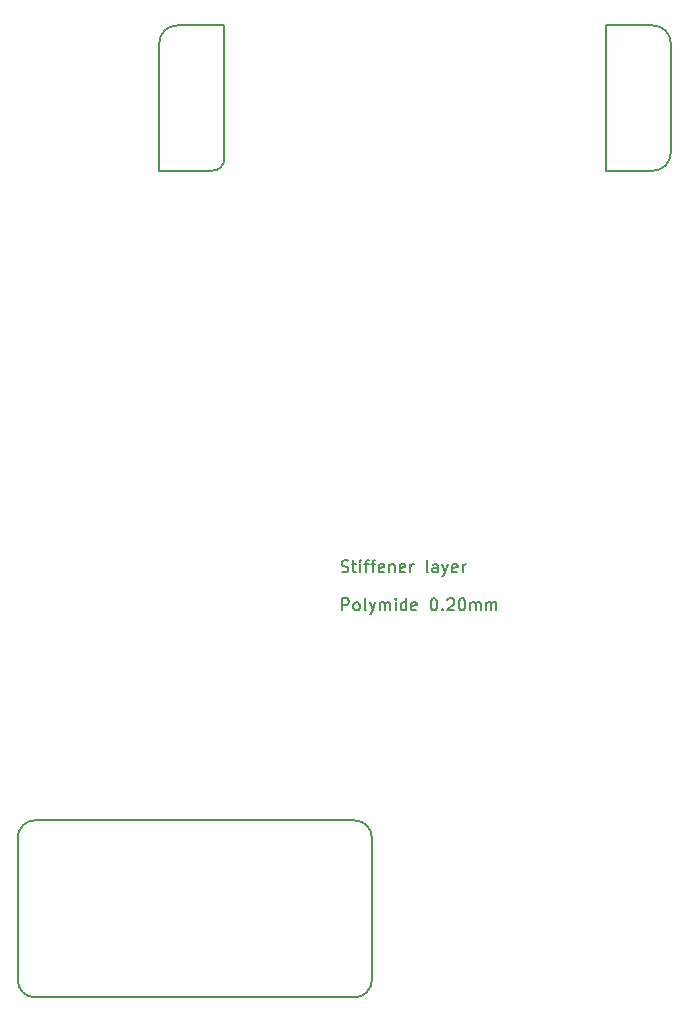
<source format=gbr>
G04 #@! TF.GenerationSoftware,KiCad,Pcbnew,7.0.7*
G04 #@! TF.CreationDate,2024-12-02T13:55:21+01:00*
G04 #@! TF.ProjectId,Finger_FSR_V1_height,46696e67-6572-45f4-9653-525f56315f68,rev?*
G04 #@! TF.SameCoordinates,Original*
G04 #@! TF.FileFunction,Other,User*
%FSLAX46Y46*%
G04 Gerber Fmt 4.6, Leading zero omitted, Abs format (unit mm)*
G04 Created by KiCad (PCBNEW 7.0.7) date 2024-12-02 13:55:21*
%MOMM*%
%LPD*%
G01*
G04 APERTURE LIST*
%ADD10C,0.200000*%
%ADD11C,0.150000*%
G04 APERTURE END LIST*
D10*
X118650000Y-68850000D02*
X114650000Y-68850000D01*
X113150000Y-70350000D02*
X113150000Y-81150000D01*
X113150000Y-81150000D02*
X117650000Y-81150000D01*
X150950000Y-68850000D02*
X154950000Y-68850000D01*
X102650000Y-151150000D02*
X129650000Y-151150000D01*
X131150000Y-137650000D02*
G75*
G03*
X129650000Y-136150000I-1500000J0D01*
G01*
X118650000Y-80150000D02*
X118650000Y-68850000D01*
X131150000Y-149650000D02*
X131150000Y-137650000D01*
X154950000Y-81150000D02*
G75*
G03*
X156450000Y-79650000I0J1500000D01*
G01*
X129650000Y-151150000D02*
G75*
G03*
X131150000Y-149650000I0J1500000D01*
G01*
X154950000Y-81150000D02*
X150950000Y-81150000D01*
X101150000Y-137650000D02*
X101150000Y-149650000D01*
X102650000Y-136150000D02*
X129650000Y-136150000D01*
X101150000Y-149650000D02*
G75*
G03*
X102650000Y-151150000I1500000J0D01*
G01*
X102650000Y-136150000D02*
G75*
G03*
X101150000Y-137650000I0J-1500000D01*
G01*
X150950000Y-81150000D02*
X150950000Y-68850000D01*
X117650000Y-81150000D02*
G75*
G03*
X118650000Y-80150000I0J1000000D01*
G01*
X156450000Y-70350000D02*
G75*
G03*
X154950000Y-68850000I-1500000J0D01*
G01*
X114650000Y-68850000D02*
G75*
G03*
X113150000Y-70350000I0J-1500000D01*
G01*
X156450000Y-79650000D02*
X156450000Y-70350000D01*
D11*
X128589160Y-115102200D02*
X128732017Y-115149819D01*
X128732017Y-115149819D02*
X128970112Y-115149819D01*
X128970112Y-115149819D02*
X129065350Y-115102200D01*
X129065350Y-115102200D02*
X129112969Y-115054580D01*
X129112969Y-115054580D02*
X129160588Y-114959342D01*
X129160588Y-114959342D02*
X129160588Y-114864104D01*
X129160588Y-114864104D02*
X129112969Y-114768866D01*
X129112969Y-114768866D02*
X129065350Y-114721247D01*
X129065350Y-114721247D02*
X128970112Y-114673628D01*
X128970112Y-114673628D02*
X128779636Y-114626009D01*
X128779636Y-114626009D02*
X128684398Y-114578390D01*
X128684398Y-114578390D02*
X128636779Y-114530771D01*
X128636779Y-114530771D02*
X128589160Y-114435533D01*
X128589160Y-114435533D02*
X128589160Y-114340295D01*
X128589160Y-114340295D02*
X128636779Y-114245057D01*
X128636779Y-114245057D02*
X128684398Y-114197438D01*
X128684398Y-114197438D02*
X128779636Y-114149819D01*
X128779636Y-114149819D02*
X129017731Y-114149819D01*
X129017731Y-114149819D02*
X129160588Y-114197438D01*
X129446303Y-114483152D02*
X129827255Y-114483152D01*
X129589160Y-114149819D02*
X129589160Y-115006961D01*
X129589160Y-115006961D02*
X129636779Y-115102200D01*
X129636779Y-115102200D02*
X129732017Y-115149819D01*
X129732017Y-115149819D02*
X129827255Y-115149819D01*
X130160589Y-115149819D02*
X130160589Y-114483152D01*
X130160589Y-114149819D02*
X130112970Y-114197438D01*
X130112970Y-114197438D02*
X130160589Y-114245057D01*
X130160589Y-114245057D02*
X130208208Y-114197438D01*
X130208208Y-114197438D02*
X130160589Y-114149819D01*
X130160589Y-114149819D02*
X130160589Y-114245057D01*
X130493922Y-114483152D02*
X130874874Y-114483152D01*
X130636779Y-115149819D02*
X130636779Y-114292676D01*
X130636779Y-114292676D02*
X130684398Y-114197438D01*
X130684398Y-114197438D02*
X130779636Y-114149819D01*
X130779636Y-114149819D02*
X130874874Y-114149819D01*
X131065351Y-114483152D02*
X131446303Y-114483152D01*
X131208208Y-115149819D02*
X131208208Y-114292676D01*
X131208208Y-114292676D02*
X131255827Y-114197438D01*
X131255827Y-114197438D02*
X131351065Y-114149819D01*
X131351065Y-114149819D02*
X131446303Y-114149819D01*
X132160589Y-115102200D02*
X132065351Y-115149819D01*
X132065351Y-115149819D02*
X131874875Y-115149819D01*
X131874875Y-115149819D02*
X131779637Y-115102200D01*
X131779637Y-115102200D02*
X131732018Y-115006961D01*
X131732018Y-115006961D02*
X131732018Y-114626009D01*
X131732018Y-114626009D02*
X131779637Y-114530771D01*
X131779637Y-114530771D02*
X131874875Y-114483152D01*
X131874875Y-114483152D02*
X132065351Y-114483152D01*
X132065351Y-114483152D02*
X132160589Y-114530771D01*
X132160589Y-114530771D02*
X132208208Y-114626009D01*
X132208208Y-114626009D02*
X132208208Y-114721247D01*
X132208208Y-114721247D02*
X131732018Y-114816485D01*
X132636780Y-114483152D02*
X132636780Y-115149819D01*
X132636780Y-114578390D02*
X132684399Y-114530771D01*
X132684399Y-114530771D02*
X132779637Y-114483152D01*
X132779637Y-114483152D02*
X132922494Y-114483152D01*
X132922494Y-114483152D02*
X133017732Y-114530771D01*
X133017732Y-114530771D02*
X133065351Y-114626009D01*
X133065351Y-114626009D02*
X133065351Y-115149819D01*
X133922494Y-115102200D02*
X133827256Y-115149819D01*
X133827256Y-115149819D02*
X133636780Y-115149819D01*
X133636780Y-115149819D02*
X133541542Y-115102200D01*
X133541542Y-115102200D02*
X133493923Y-115006961D01*
X133493923Y-115006961D02*
X133493923Y-114626009D01*
X133493923Y-114626009D02*
X133541542Y-114530771D01*
X133541542Y-114530771D02*
X133636780Y-114483152D01*
X133636780Y-114483152D02*
X133827256Y-114483152D01*
X133827256Y-114483152D02*
X133922494Y-114530771D01*
X133922494Y-114530771D02*
X133970113Y-114626009D01*
X133970113Y-114626009D02*
X133970113Y-114721247D01*
X133970113Y-114721247D02*
X133493923Y-114816485D01*
X134398685Y-115149819D02*
X134398685Y-114483152D01*
X134398685Y-114673628D02*
X134446304Y-114578390D01*
X134446304Y-114578390D02*
X134493923Y-114530771D01*
X134493923Y-114530771D02*
X134589161Y-114483152D01*
X134589161Y-114483152D02*
X134684399Y-114483152D01*
X135922495Y-115149819D02*
X135827257Y-115102200D01*
X135827257Y-115102200D02*
X135779638Y-115006961D01*
X135779638Y-115006961D02*
X135779638Y-114149819D01*
X136732019Y-115149819D02*
X136732019Y-114626009D01*
X136732019Y-114626009D02*
X136684400Y-114530771D01*
X136684400Y-114530771D02*
X136589162Y-114483152D01*
X136589162Y-114483152D02*
X136398686Y-114483152D01*
X136398686Y-114483152D02*
X136303448Y-114530771D01*
X136732019Y-115102200D02*
X136636781Y-115149819D01*
X136636781Y-115149819D02*
X136398686Y-115149819D01*
X136398686Y-115149819D02*
X136303448Y-115102200D01*
X136303448Y-115102200D02*
X136255829Y-115006961D01*
X136255829Y-115006961D02*
X136255829Y-114911723D01*
X136255829Y-114911723D02*
X136303448Y-114816485D01*
X136303448Y-114816485D02*
X136398686Y-114768866D01*
X136398686Y-114768866D02*
X136636781Y-114768866D01*
X136636781Y-114768866D02*
X136732019Y-114721247D01*
X137112972Y-114483152D02*
X137351067Y-115149819D01*
X137589162Y-114483152D02*
X137351067Y-115149819D01*
X137351067Y-115149819D02*
X137255829Y-115387914D01*
X137255829Y-115387914D02*
X137208210Y-115435533D01*
X137208210Y-115435533D02*
X137112972Y-115483152D01*
X138351067Y-115102200D02*
X138255829Y-115149819D01*
X138255829Y-115149819D02*
X138065353Y-115149819D01*
X138065353Y-115149819D02*
X137970115Y-115102200D01*
X137970115Y-115102200D02*
X137922496Y-115006961D01*
X137922496Y-115006961D02*
X137922496Y-114626009D01*
X137922496Y-114626009D02*
X137970115Y-114530771D01*
X137970115Y-114530771D02*
X138065353Y-114483152D01*
X138065353Y-114483152D02*
X138255829Y-114483152D01*
X138255829Y-114483152D02*
X138351067Y-114530771D01*
X138351067Y-114530771D02*
X138398686Y-114626009D01*
X138398686Y-114626009D02*
X138398686Y-114721247D01*
X138398686Y-114721247D02*
X137922496Y-114816485D01*
X138827258Y-115149819D02*
X138827258Y-114483152D01*
X138827258Y-114673628D02*
X138874877Y-114578390D01*
X138874877Y-114578390D02*
X138922496Y-114530771D01*
X138922496Y-114530771D02*
X139017734Y-114483152D01*
X139017734Y-114483152D02*
X139112972Y-114483152D01*
X128636779Y-118369819D02*
X128636779Y-117369819D01*
X128636779Y-117369819D02*
X129017731Y-117369819D01*
X129017731Y-117369819D02*
X129112969Y-117417438D01*
X129112969Y-117417438D02*
X129160588Y-117465057D01*
X129160588Y-117465057D02*
X129208207Y-117560295D01*
X129208207Y-117560295D02*
X129208207Y-117703152D01*
X129208207Y-117703152D02*
X129160588Y-117798390D01*
X129160588Y-117798390D02*
X129112969Y-117846009D01*
X129112969Y-117846009D02*
X129017731Y-117893628D01*
X129017731Y-117893628D02*
X128636779Y-117893628D01*
X129779636Y-118369819D02*
X129684398Y-118322200D01*
X129684398Y-118322200D02*
X129636779Y-118274580D01*
X129636779Y-118274580D02*
X129589160Y-118179342D01*
X129589160Y-118179342D02*
X129589160Y-117893628D01*
X129589160Y-117893628D02*
X129636779Y-117798390D01*
X129636779Y-117798390D02*
X129684398Y-117750771D01*
X129684398Y-117750771D02*
X129779636Y-117703152D01*
X129779636Y-117703152D02*
X129922493Y-117703152D01*
X129922493Y-117703152D02*
X130017731Y-117750771D01*
X130017731Y-117750771D02*
X130065350Y-117798390D01*
X130065350Y-117798390D02*
X130112969Y-117893628D01*
X130112969Y-117893628D02*
X130112969Y-118179342D01*
X130112969Y-118179342D02*
X130065350Y-118274580D01*
X130065350Y-118274580D02*
X130017731Y-118322200D01*
X130017731Y-118322200D02*
X129922493Y-118369819D01*
X129922493Y-118369819D02*
X129779636Y-118369819D01*
X130684398Y-118369819D02*
X130589160Y-118322200D01*
X130589160Y-118322200D02*
X130541541Y-118226961D01*
X130541541Y-118226961D02*
X130541541Y-117369819D01*
X130970113Y-117703152D02*
X131208208Y-118369819D01*
X131446303Y-117703152D02*
X131208208Y-118369819D01*
X131208208Y-118369819D02*
X131112970Y-118607914D01*
X131112970Y-118607914D02*
X131065351Y-118655533D01*
X131065351Y-118655533D02*
X130970113Y-118703152D01*
X131827256Y-118369819D02*
X131827256Y-117703152D01*
X131827256Y-117798390D02*
X131874875Y-117750771D01*
X131874875Y-117750771D02*
X131970113Y-117703152D01*
X131970113Y-117703152D02*
X132112970Y-117703152D01*
X132112970Y-117703152D02*
X132208208Y-117750771D01*
X132208208Y-117750771D02*
X132255827Y-117846009D01*
X132255827Y-117846009D02*
X132255827Y-118369819D01*
X132255827Y-117846009D02*
X132303446Y-117750771D01*
X132303446Y-117750771D02*
X132398684Y-117703152D01*
X132398684Y-117703152D02*
X132541541Y-117703152D01*
X132541541Y-117703152D02*
X132636780Y-117750771D01*
X132636780Y-117750771D02*
X132684399Y-117846009D01*
X132684399Y-117846009D02*
X132684399Y-118369819D01*
X133160589Y-118369819D02*
X133160589Y-117703152D01*
X133160589Y-117369819D02*
X133112970Y-117417438D01*
X133112970Y-117417438D02*
X133160589Y-117465057D01*
X133160589Y-117465057D02*
X133208208Y-117417438D01*
X133208208Y-117417438D02*
X133160589Y-117369819D01*
X133160589Y-117369819D02*
X133160589Y-117465057D01*
X134065350Y-118369819D02*
X134065350Y-117369819D01*
X134065350Y-118322200D02*
X133970112Y-118369819D01*
X133970112Y-118369819D02*
X133779636Y-118369819D01*
X133779636Y-118369819D02*
X133684398Y-118322200D01*
X133684398Y-118322200D02*
X133636779Y-118274580D01*
X133636779Y-118274580D02*
X133589160Y-118179342D01*
X133589160Y-118179342D02*
X133589160Y-117893628D01*
X133589160Y-117893628D02*
X133636779Y-117798390D01*
X133636779Y-117798390D02*
X133684398Y-117750771D01*
X133684398Y-117750771D02*
X133779636Y-117703152D01*
X133779636Y-117703152D02*
X133970112Y-117703152D01*
X133970112Y-117703152D02*
X134065350Y-117750771D01*
X134922493Y-118322200D02*
X134827255Y-118369819D01*
X134827255Y-118369819D02*
X134636779Y-118369819D01*
X134636779Y-118369819D02*
X134541541Y-118322200D01*
X134541541Y-118322200D02*
X134493922Y-118226961D01*
X134493922Y-118226961D02*
X134493922Y-117846009D01*
X134493922Y-117846009D02*
X134541541Y-117750771D01*
X134541541Y-117750771D02*
X134636779Y-117703152D01*
X134636779Y-117703152D02*
X134827255Y-117703152D01*
X134827255Y-117703152D02*
X134922493Y-117750771D01*
X134922493Y-117750771D02*
X134970112Y-117846009D01*
X134970112Y-117846009D02*
X134970112Y-117941247D01*
X134970112Y-117941247D02*
X134493922Y-118036485D01*
X136351065Y-117369819D02*
X136446303Y-117369819D01*
X136446303Y-117369819D02*
X136541541Y-117417438D01*
X136541541Y-117417438D02*
X136589160Y-117465057D01*
X136589160Y-117465057D02*
X136636779Y-117560295D01*
X136636779Y-117560295D02*
X136684398Y-117750771D01*
X136684398Y-117750771D02*
X136684398Y-117988866D01*
X136684398Y-117988866D02*
X136636779Y-118179342D01*
X136636779Y-118179342D02*
X136589160Y-118274580D01*
X136589160Y-118274580D02*
X136541541Y-118322200D01*
X136541541Y-118322200D02*
X136446303Y-118369819D01*
X136446303Y-118369819D02*
X136351065Y-118369819D01*
X136351065Y-118369819D02*
X136255827Y-118322200D01*
X136255827Y-118322200D02*
X136208208Y-118274580D01*
X136208208Y-118274580D02*
X136160589Y-118179342D01*
X136160589Y-118179342D02*
X136112970Y-117988866D01*
X136112970Y-117988866D02*
X136112970Y-117750771D01*
X136112970Y-117750771D02*
X136160589Y-117560295D01*
X136160589Y-117560295D02*
X136208208Y-117465057D01*
X136208208Y-117465057D02*
X136255827Y-117417438D01*
X136255827Y-117417438D02*
X136351065Y-117369819D01*
X137112970Y-118274580D02*
X137160589Y-118322200D01*
X137160589Y-118322200D02*
X137112970Y-118369819D01*
X137112970Y-118369819D02*
X137065351Y-118322200D01*
X137065351Y-118322200D02*
X137112970Y-118274580D01*
X137112970Y-118274580D02*
X137112970Y-118369819D01*
X137541541Y-117465057D02*
X137589160Y-117417438D01*
X137589160Y-117417438D02*
X137684398Y-117369819D01*
X137684398Y-117369819D02*
X137922493Y-117369819D01*
X137922493Y-117369819D02*
X138017731Y-117417438D01*
X138017731Y-117417438D02*
X138065350Y-117465057D01*
X138065350Y-117465057D02*
X138112969Y-117560295D01*
X138112969Y-117560295D02*
X138112969Y-117655533D01*
X138112969Y-117655533D02*
X138065350Y-117798390D01*
X138065350Y-117798390D02*
X137493922Y-118369819D01*
X137493922Y-118369819D02*
X138112969Y-118369819D01*
X138732017Y-117369819D02*
X138827255Y-117369819D01*
X138827255Y-117369819D02*
X138922493Y-117417438D01*
X138922493Y-117417438D02*
X138970112Y-117465057D01*
X138970112Y-117465057D02*
X139017731Y-117560295D01*
X139017731Y-117560295D02*
X139065350Y-117750771D01*
X139065350Y-117750771D02*
X139065350Y-117988866D01*
X139065350Y-117988866D02*
X139017731Y-118179342D01*
X139017731Y-118179342D02*
X138970112Y-118274580D01*
X138970112Y-118274580D02*
X138922493Y-118322200D01*
X138922493Y-118322200D02*
X138827255Y-118369819D01*
X138827255Y-118369819D02*
X138732017Y-118369819D01*
X138732017Y-118369819D02*
X138636779Y-118322200D01*
X138636779Y-118322200D02*
X138589160Y-118274580D01*
X138589160Y-118274580D02*
X138541541Y-118179342D01*
X138541541Y-118179342D02*
X138493922Y-117988866D01*
X138493922Y-117988866D02*
X138493922Y-117750771D01*
X138493922Y-117750771D02*
X138541541Y-117560295D01*
X138541541Y-117560295D02*
X138589160Y-117465057D01*
X138589160Y-117465057D02*
X138636779Y-117417438D01*
X138636779Y-117417438D02*
X138732017Y-117369819D01*
X139493922Y-118369819D02*
X139493922Y-117703152D01*
X139493922Y-117798390D02*
X139541541Y-117750771D01*
X139541541Y-117750771D02*
X139636779Y-117703152D01*
X139636779Y-117703152D02*
X139779636Y-117703152D01*
X139779636Y-117703152D02*
X139874874Y-117750771D01*
X139874874Y-117750771D02*
X139922493Y-117846009D01*
X139922493Y-117846009D02*
X139922493Y-118369819D01*
X139922493Y-117846009D02*
X139970112Y-117750771D01*
X139970112Y-117750771D02*
X140065350Y-117703152D01*
X140065350Y-117703152D02*
X140208207Y-117703152D01*
X140208207Y-117703152D02*
X140303446Y-117750771D01*
X140303446Y-117750771D02*
X140351065Y-117846009D01*
X140351065Y-117846009D02*
X140351065Y-118369819D01*
X140827255Y-118369819D02*
X140827255Y-117703152D01*
X140827255Y-117798390D02*
X140874874Y-117750771D01*
X140874874Y-117750771D02*
X140970112Y-117703152D01*
X140970112Y-117703152D02*
X141112969Y-117703152D01*
X141112969Y-117703152D02*
X141208207Y-117750771D01*
X141208207Y-117750771D02*
X141255826Y-117846009D01*
X141255826Y-117846009D02*
X141255826Y-118369819D01*
X141255826Y-117846009D02*
X141303445Y-117750771D01*
X141303445Y-117750771D02*
X141398683Y-117703152D01*
X141398683Y-117703152D02*
X141541540Y-117703152D01*
X141541540Y-117703152D02*
X141636779Y-117750771D01*
X141636779Y-117750771D02*
X141684398Y-117846009D01*
X141684398Y-117846009D02*
X141684398Y-118369819D01*
M02*

</source>
